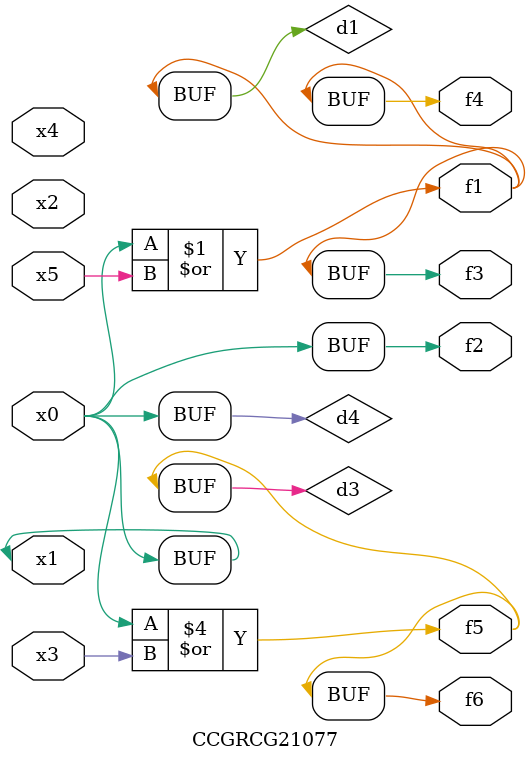
<source format=v>
module CCGRCG21077(
	input x0, x1, x2, x3, x4, x5,
	output f1, f2, f3, f4, f5, f6
);

	wire d1, d2, d3, d4;

	or (d1, x0, x5);
	xnor (d2, x1, x4);
	or (d3, x0, x3);
	buf (d4, x0, x1);
	assign f1 = d1;
	assign f2 = d4;
	assign f3 = d1;
	assign f4 = d1;
	assign f5 = d3;
	assign f6 = d3;
endmodule

</source>
